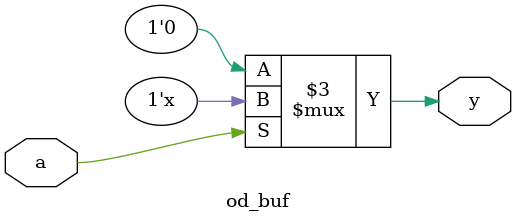
<source format=v>
module od_buf(y, a);
    parameter delay = 2;
    input wire a;
    output reg y;
    always @(*) begin
        if (a) #delay y = 1'bZ;
        else #delay y = 1'b0;
    end
endmodule

</source>
